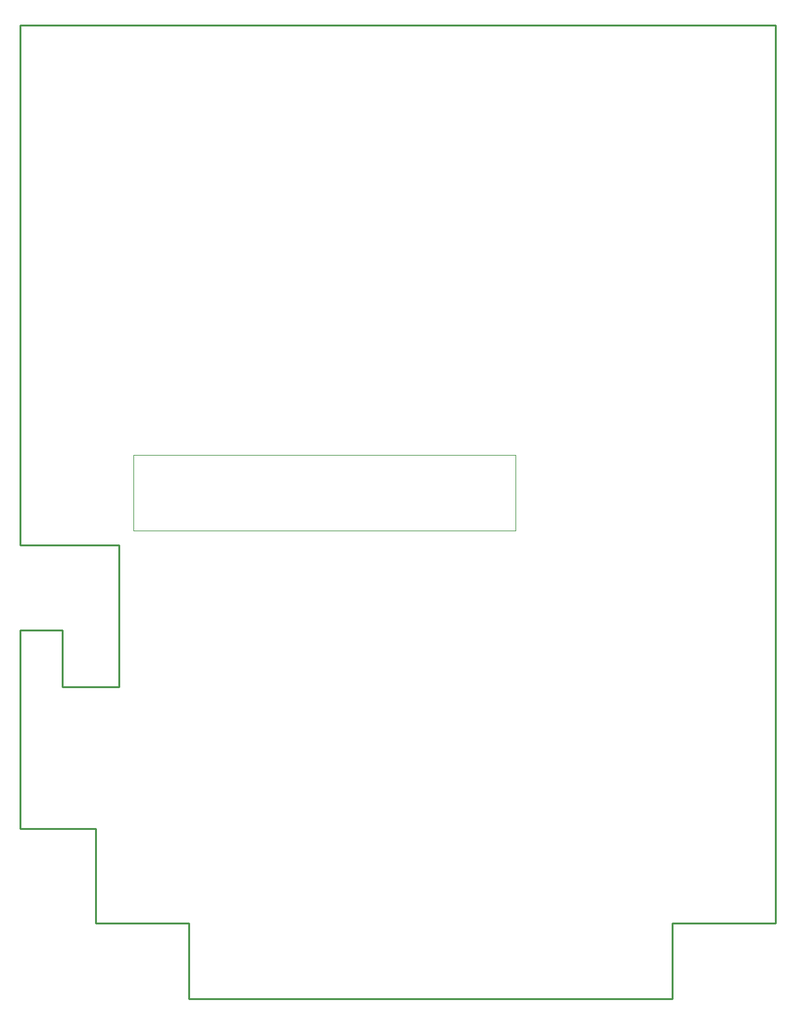
<source format=gm1>
G04 #@! TF.GenerationSoftware,KiCad,Pcbnew,(6.0.9)*
G04 #@! TF.CreationDate,2024-04-26T19:01:12+02:00*
G04 #@! TF.ProjectId,Cartucho_MSX_LCD_Tang_Nano_20k,43617274-7563-4686-9f5f-4d53585f4c43,rev?*
G04 #@! TF.SameCoordinates,Original*
G04 #@! TF.FileFunction,Profile,NP*
%FSLAX46Y46*%
G04 Gerber Fmt 4.6, Leading zero omitted, Abs format (unit mm)*
G04 Created by KiCad (PCBNEW (6.0.9)) date 2024-04-26 19:01:12*
%MOMM*%
%LPD*%
G01*
G04 APERTURE LIST*
G04 #@! TA.AperFunction,Profile*
%ADD10C,0.254000*%
G04 #@! TD*
G04 #@! TA.AperFunction,Profile*
%ADD11C,0.120000*%
G04 #@! TD*
G04 APERTURE END LIST*
D10*
X79248000Y-161290000D02*
X79248000Y-151130000D01*
X66675000Y-138430000D02*
X56515000Y-138430000D01*
D11*
X71755000Y-88265000D02*
X71755000Y-98425000D01*
D10*
X144272000Y-151130000D02*
X144272000Y-161290000D01*
X79248000Y-151130000D02*
X66675000Y-151130000D01*
X69850000Y-119380000D02*
X62230000Y-119380000D01*
X62230000Y-111760000D02*
X62230000Y-119380000D01*
X144272000Y-161290000D02*
X79248000Y-161290000D01*
X56515000Y-100330000D02*
X56515000Y-30480000D01*
X69850000Y-100330000D02*
X56515000Y-100330000D01*
X56515000Y-111760000D02*
X56515000Y-138430000D01*
X69850000Y-100330000D02*
X69850000Y-119380000D01*
X56515000Y-30480000D02*
X158115000Y-30480000D01*
D11*
X71755000Y-98425000D02*
X123190000Y-98425000D01*
D10*
X158115000Y-151130000D02*
X144272000Y-151130000D01*
X66675000Y-151130000D02*
X66675000Y-138430000D01*
D11*
X123190000Y-88265000D02*
X71755000Y-88265000D01*
D10*
X62230000Y-111760000D02*
X56515000Y-111760000D01*
X158115000Y-30480000D02*
X158115000Y-151130000D01*
D11*
X123190000Y-98425000D02*
X123190000Y-88265000D01*
M02*

</source>
